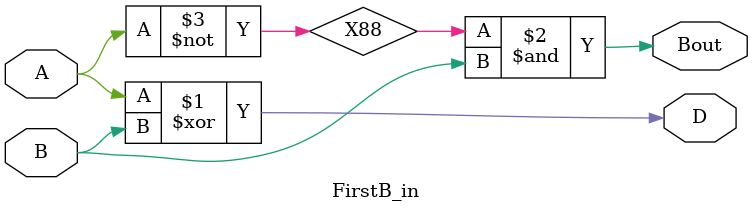
<source format=v>
`timescale 1ns / 1ps


module FirstB_in(
	input A,
	input B,
	output D,
	output Bout
);

wire X88;


xor U85 (D,A, B);

and U86 (Bout,X88, B);

not U88 (X88,A);

endmodule

</source>
